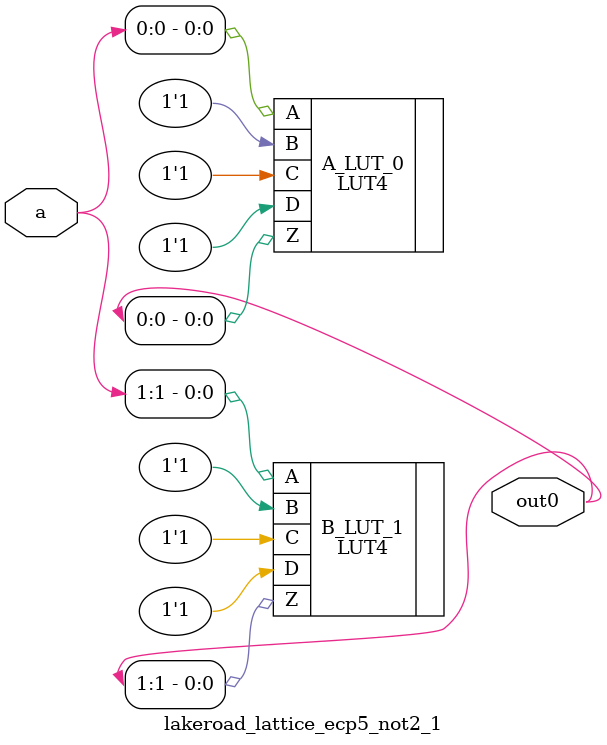
<source format=v>
/* Generated by Yosys 0.16+41 (git sha1 29c0a5958, x86_64-apple-darwin20.2-clang 10.0.0-4ubuntu1 -fPIC -Os) */

module lakeroad_lattice_ecp5_not2_1(a, out0);
  wire _0_;
  wire _1_;
  wire _2_;
  wire _3_;
  wire _4_;
  wire _5_;
  input [1:0] a;
  wire [1:0] a;
  output [1:0] out0;
  wire [1:0] out0;
  LUT4 #(
    .INIT(16'h7fff)
  ) A_LUT_0 (
    .A(a[0]),
    .B(1'h1),
    .C(1'h1),
    .D(1'h1),
    .Z(out0[0])
  );
  LUT4 #(
    .INIT(16'h7fff)
  ) B_LUT_1 (
    .A(a[1]),
    .B(1'h1),
    .C(1'h1),
    .D(1'h1),
    .Z(out0[1])
  );
  LUT4 #(
    .INIT(16'h0000)
  ) C_LUT_2 (
    .A(1'h0),
    .B(1'h0),
    .C(1'h0),
    .D(1'h0),
    .Z(_5_)
  );
  LUT4 #(
    .INIT(16'h0000)
  ) D_LUT_3 (
    .A(1'h0),
    .B(1'h0),
    .C(1'h0),
    .D(1'h0),
    .Z(_4_)
  );
  LUT4 #(
    .INIT(16'h0000)
  ) E_LUT_4 (
    .A(1'h0),
    .B(1'h0),
    .C(1'h0),
    .D(1'h0),
    .Z(_3_)
  );
  LUT4 #(
    .INIT(16'h0000)
  ) F_LUT_5 (
    .A(1'h0),
    .B(1'h0),
    .C(1'h0),
    .D(1'h0),
    .Z(_2_)
  );
  LUT4 #(
    .INIT(16'h0000)
  ) G_LUT_6 (
    .A(1'h0),
    .B(1'h0),
    .C(1'h0),
    .D(1'h0),
    .Z(_1_)
  );
  LUT4 #(
    .INIT(16'h0000)
  ) H_LUT_7 (
    .A(1'h0),
    .B(1'h0),
    .C(1'h0),
    .D(1'h0),
    .Z(_0_)
  );
endmodule


</source>
